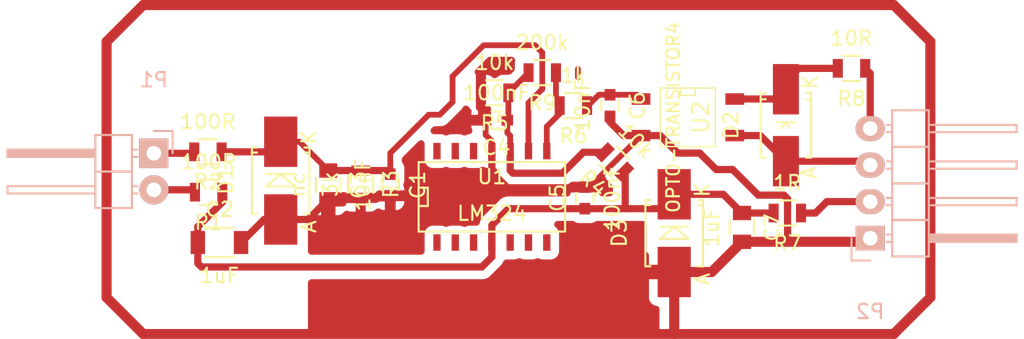
<source format=kicad_pcb>
(kicad_pcb (version 20221018) (generator pcbnew)
  (layers (0 "F.Cu" signal) (31 "B.Cu" signal) (34 "B.Paste" user) (35 "F.Paste" user) (36 "B.SilkS" user "B.Silkscreen") (37 "F.SilkS" user "F.Silkscreen") (38 "B.Mask" user) (39 "F.Mask" user) (44 "Edge.Cuts" user))
  (net 0 "")
  (net 1 "Net-(C1-Pad1)")
  (net 2 "GND")
  (net 3 "+12V")
  (net 4 "Net-(C4-Pad1)")
  (net 5 "Net-(D2-Pad2)")
  (net 6 "Net-(P1-Pad2)")
  (net 7 "Net-(P1-Pad1)")
  (net 8 "Net-(D2-Pad1)")
  (net 9 "Net-(P2-Pad2)")
  (net 10 "Net-(P2-Pad4)")
  (net 11 "Net-(R6-Pad2)")
  (net 12 "Net-(C6-Pad1)")
  (footprint "Capacitors_SMD:C_0603" (layer "F.Cu") (at 116.2 101.4 -90)
    (fp_text reference "C1" (at 0 -1.9 270) (layer "F.SilkS"))
    (fp_text value "10nF" (at 0 1.9 270) (layer "F.SilkS"))
    (fp_line (start -0.35 -0.6) (end 0.35 -0.6) (stroke (width 0.15)) (layer "F.SilkS"))
    (fp_line (start 0.35 0.6) (end -0.35 0.6) (stroke (width 0.15)) (layer "F.SilkS"))
    (pad "1" smd rect (at -0.75 0 270) (size 0.8 0.75) (layers "F.Cu" "F.Paste" "F.Mask") (net 1 "Net-(C1-Pad1)"))
    (pad "2" smd rect (at 0.75 0 270) (size 0.8 0.75) (layers "F.Cu" "F.Paste" "F.Mask") (net 2 "GND"))
  )
  (footprint "Capacitors_SMD:C_1206" (layer "F.Cu") (at 104.35 105.4)
    (fp_text reference "C2" (at 0 -2.3) (layer "F.SilkS"))
    (fp_text value "1uF" (at 0 2.3) (layer "F.SilkS"))
    (fp_line (start -1 1.025) (end 1 1.025) (stroke (width 0.15)) (layer "F.SilkS"))
    (fp_line (start 1 -1.025) (end -1 -1.025) (stroke (width 0.15)) (layer "F.SilkS"))
    (pad "1" smd rect (at -1.5 0) (size 1 1.6) (layers "F.Cu" "F.Paste" "F.Mask") (net 3 "+12V"))
    (pad "2" smd rect (at 1.5 0) (size 1 1.6) (layers "F.Cu" "F.Paste" "F.Mask") (net 2 "GND"))
  )
  (footprint "Capacitors_SMD:C_0805" (layer "F.Cu") (at 111.9 101.4 -90)
    (fp_text reference "C3" (at 0 -2.1 270) (layer "F.SilkS"))
    (fp_text value "nc" (at 0 2.1 270) (layer "F.SilkS"))
    (fp_line (start -0.5 0.85) (end 0.5 0.85) (stroke (width 0.15)) (layer "F.SilkS"))
    (fp_line (start 0.5 -0.85) (end -0.5 -0.85) (stroke (width 0.15)) (layer "F.SilkS"))
    (pad "1" smd rect (at -1 0 270) (size 1 1.25) (layers "F.Cu" "F.Paste" "F.Mask") (net 1 "Net-(C1-Pad1)"))
    (pad "2" smd rect (at 1 0 270) (size 1 1.25) (layers "F.Cu" "F.Paste" "F.Mask") (net 2 "GND"))
  )
  (footprint "Capacitors_SMD:C_0603" (layer "F.Cu") (at 123.571 96.901 180)
    (fp_text reference "C4" (at 0 -1.9 180) (layer "F.SilkS"))
    (fp_text value "100nF" (at 0 1.9 180) (layer "F.SilkS"))
    (fp_line (start -0.35 -0.6) (end 0.35 -0.6) (stroke (width 0.15)) (layer "F.SilkS"))
    (fp_line (start 0.35 0.6) (end -0.35 0.6) (stroke (width 0.15)) (layer "F.SilkS"))
    (pad "1" smd rect (at -0.75 0 180) (size 0.8 0.75) (layers "F.Cu" "F.Paste" "F.Mask") (net 4 "Net-(C4-Pad1)"))
    (pad "2" smd rect (at 0.75 0 180) (size 0.8 0.75) (layers "F.Cu" "F.Paste" "F.Mask") (net 2 "GND"))
  )
  (footprint "Capacitors_SMD:C_0805" (layer "F.Cu") (at 140.6 104.35 -90)
    (fp_text reference "C7" (at 0 -2.1 270) (layer "F.SilkS"))
    (fp_text value "1uF" (at 0 2.1 270) (layer "F.SilkS"))
    (fp_line (start -0.5 0.85) (end 0.5 0.85) (stroke (width 0.15)) (layer "F.SilkS"))
    (fp_line (start 0.5 -0.85) (end -0.5 -0.85) (stroke (width 0.15)) (layer "F.SilkS"))
    (pad "1" smd rect (at -1 0 270) (size 1 1.25) (layers "F.Cu" "F.Paste" "F.Mask") (net 3 "+12V"))
    (pad "2" smd rect (at 1 0 270) (size 1 1.25) (layers "F.Cu" "F.Paste" "F.Mask") (net 2 "GND"))
  )
  (footprint "Diodes_SMD:Diode-SMB_Handsoldering" (layer "F.Cu") (at 108.6 101.1 90)
    (fp_text reference "D1" (at 0 -3.81 90) (layer "F.SilkS"))
    (fp_text value "ZENER_15V" hide)
    (fp_text user "A" (at -3.2004 1.95072 90) (layer "F.SilkS"))
    (fp_text user "K" (at 2.99974 1.95072 90) (layer "F.SilkS"))
    (fp_line (start -2.30632 1.99644) (end -2.30632 1.79832) (stroke (width 0.15)) (layer "F.SilkS"))
    (fp_line (start -2.30632 1.99644) (end 2.29616 1.99644) (stroke (width 0.15)) (layer "F.SilkS"))
    (fp_line (start -2.30124 -1.99898) (end -2.30124 -1.80086) (stroke (width 0.15)) (layer "F.SilkS"))
    (fp_line (start -2.30124 -1.99898) (end 2.30124 -1.99898) (stroke (width 0.15)) (layer "F.SilkS"))
    (fp_line (start -2.30124 -1.75006) (end -2.30124 -1.651) (stroke (width 0.15)) (layer "F.SilkS"))
    (fp_line (start -2.30124 1.75006) (end -2.30124 1.6002) (stroke (width 0.15)) (layer "F.SilkS"))
    (fp_line (start -0.39878 -1.00076) (end -0.39878 1.00076) (stroke (width 0.15)) (layer "F.SilkS"))
    (fp_line (start -0.39878 1.00076) (end 0.44958 0) (stroke (width 0.15)) (layer "F.SilkS"))
    (fp_line (start 0.44958 0) (end -0.39878 -1.00076) (stroke (width 0.15)) (layer "F.SilkS"))
    (fp_line (start 0.44958 0) (end 0.44958 -1.00076) (stroke (width 0.15)) (layer "F.SilkS"))
    (fp_line (start 0.44958 0) (end 0.44958 1.00076) (stroke (width 0.15)) (layer "F.SilkS"))
    (fp_line (start 1.95072 -1.99898) (end 1.95072 -1.80086) (stroke (width 0.15)) (layer "F.SilkS"))
    (fp_line (start 1.95072 -1.75006) (end 1.95072 -1.651) (stroke (width 0.15)) (layer "F.SilkS"))
    (fp_line (start 1.95072 1.75006) (end 1.95072 1.651) (stroke (width 0.15)) (layer "F.SilkS"))
    (fp_line (start 1.95072 1.99898) (end 1.95072 1.80086) (stroke (width 0.15)) (layer "F.SilkS"))
    (fp_line (start 2.29616 1.99644) (end 2.29616 1.79832) (stroke (width 0.15)) (layer "F.SilkS"))
    (fp_line (start 2.30124 -1.99898) (end 2.30124 -1.80086) (stroke (width 0.15)) (layer "F.SilkS"))
    (fp_line (start 2.30124 -1.75006) (end 2.30124 -1.651) (stroke (width 0.15)) (layer "F.SilkS"))
    (fp_line (start 2.30124 1.75006) (end 2.30124 1.651) (stroke (width 0.15)) (layer "F.SilkS"))
    (pad "1" smd rect (at -2.70002 0 90) (size 3.50012 2.30124) (layers "F.Cu" "F.Paste" "F.Mask") (net 2 "GND"))
    (pad "2" smd rect (at 2.70002 0 90) (size 3.50012 2.30124) (layers "F.Cu" "F.Paste" "F.Mask") (net 1 "Net-(C1-Pad1)"))
  )
  (footprint "Diodes_SMD:Diode-SMA_Handsoldering" (layer "F.Cu") (at 143.65 97.25 90)
    (fp_text reference "D2" (at 0 -3.81 90) (layer "F.SilkS"))
    (fp_text value "ZENER_15V" hide)
    (fp_text user "A" (at -3.29946 1.6002 90) (layer "F.SilkS"))
    (fp_text user "K" (at 2.99974 1.69926 90) (layer "F.SilkS"))
    (fp_line (start -2.25044 -1.75006) (end -2.25044 -1.39954) (stroke (width 0.15)) (layer "F.SilkS"))
    (fp_line (start -2.25044 -1.75006) (end 2.25044 -1.75006) (stroke (width 0.15)) (layer "F.SilkS"))
    (fp_line (start -2.25044 1.75006) (end -2.25044 1.39954) (stroke (width 0.15)) (layer "F.SilkS"))
    (fp_line (start -2.25044 1.75006) (end 2.25044 1.75006) (stroke (width 0.15)) (layer "F.SilkS"))
    (fp_line (start 0.20066 -0.65024) (end 0.20066 0.65024) (stroke (width 0.15)) (layer "F.SilkS"))
    (fp_line (start 0.20066 0) (end -0.20066 -0.29972) (stroke (width 0.15)) (layer "F.SilkS"))
    (fp_line (start 0.20066 0) (end -0.20066 0.24892) (stroke (width 0.15)) (layer "F.SilkS"))
    (fp_line (start 1.80086 -1.75006) (end 1.80086 -1.39954) (stroke (width 0.15)) (layer "F.SilkS"))
    (fp_line (start 1.80086 1.75006) (end 1.80086 1.39954) (stroke (width 0.15)) (layer "F.SilkS"))
    (fp_line (start 2.25044 -1.75006) (end 2.25044 -1.39954) (stroke (width 0.15)) (layer "F.SilkS"))
    (fp_line (start 2.25044 1.75006) (end 2.25044 1.39954) (stroke (width 0.15)) (layer "F.SilkS"))
    (pad "1" smd rect (at -2.49936 0 90) (size 3.50012 1.80086) (layers "F.Cu" "F.Paste" "F.Mask") (net 8 "Net-(D2-Pad1)"))
    (pad "2" smd rect (at 2.49936 0 90) (size 3.50012 1.80086) (layers "F.Cu" "F.Paste" "F.Mask") (net 5 "Net-(D2-Pad2)"))
  )
  (footprint "Resistors_SMD:R_0805" (layer "F.Cu") (at 103.6 101.9 180)
    (fp_text reference "R1" (at 0 -2.1 180) (layer "F.SilkS"))
    (fp_text value "100R" (at 0 2.1 180) (layer "F.SilkS"))
    (fp_line (start -0.6 -0.875) (end 0.6 -0.875) (stroke (width 0.15)) (layer "F.SilkS"))
    (fp_line (start 0.6 0.875) (end -0.6 0.875) (stroke (width 0.15)) (layer "F.SilkS"))
    (pad "1" smd rect (at -0.95 0 180) (size 0.7 1.3) (layers "F.Cu" "F.Paste" "F.Mask") (net 3 "+12V"))
    (pad "2" smd rect (at 0.95 0 180) (size 0.7 1.3) (layers "F.Cu" "F.Paste" "F.Mask") (net 6 "Net-(P1-Pad2)"))
  )
  (footprint "Resistors_SMD:R_0805" (layer "F.Cu") (at 103.55 99.1 180)
    (fp_text reference "R2" (at 0 -2.1 180) (layer "F.SilkS"))
    (fp_text value "100R" (at 0 2.1 180) (layer "F.SilkS"))
    (fp_line (start -0.6 -0.875) (end 0.6 -0.875) (stroke (width 0.15)) (layer "F.SilkS"))
    (fp_line (start 0.6 0.875) (end -0.6 0.875) (stroke (width 0.15)) (layer "F.SilkS"))
    (pad "1" smd rect (at -0.95 0 180) (size 0.7 1.3) (layers "F.Cu" "F.Paste" "F.Mask") (net 1 "Net-(C1-Pad1)"))
    (pad "2" smd rect (at 0.95 0 180) (size 0.7 1.3) (layers "F.Cu" "F.Paste" "F.Mask") (net 7 "Net-(P1-Pad1)"))
  )
  (footprint "Resistors_SMD:R_0805" (layer "F.Cu") (at 114.15 101.35 -90)
    (fp_text reference "R3" (at 0 -2.1 270) (layer "F.SilkS"))
    (fp_text value "3k" (at 0 2.1 270) (layer "F.SilkS"))
    (fp_line (start -0.6 -0.875) (end 0.6 -0.875) (stroke (width 0.15)) (layer "F.SilkS"))
    (fp_line (start 0.6 0.875) (end -0.6 0.875) (stroke (width 0.15)) (layer "F.SilkS"))
    (pad "1" smd rect (at -0.95 0 270) (size 0.7 1.3) (layers "F.Cu" "F.Paste" "F.Mask") (net 1 "Net-(C1-Pad1)"))
    (pad "2" smd rect (at 0.95 0 270) (size 0.7 1.3) (layers "F.Cu" "F.Paste" "F.Mask") (net 2 "GND"))
  )
  (footprint "Resistors_SMD:R_0805" (layer "F.Cu") (at 131.75 99.8 135)
    (fp_text reference "R4" (at 0 -2.1 135) (layer "F.SilkS"))
    (fp_text value "10k" (at 0 2.1 135) (layer "F.SilkS"))
    (fp_line (start -0.6 -0.875) (end 0.6 -0.875) (stroke (width 0.15)) (layer "F.SilkS"))
    (fp_line (start 0.6 0.875) (end -0.6 0.875) (stroke (width 0.15)) (layer "F.SilkS"))
    (pad "1" smd rect (at -0.95 0 135) (size 0.7 1.3) (layers "F.Cu" "F.Paste" "F.Mask") (net 3 "+12V"))
    (pad "2" smd rect (at 0.95 0 135) (size 0.7 1.3) (layers "F.Cu" "F.Paste" "F.Mask") (net 4 "Net-(C4-Pad1)"))
  )
  (footprint "Resistors_SMD:R_0805" (layer "F.Cu") (at 123.444 94.996 180)
    (fp_text reference "R5" (at 0 -2.1 180) (layer "F.SilkS"))
    (fp_text value "10k" (at 0 2.1 180) (layer "F.SilkS"))
    (fp_line (start -0.6 -0.875) (end 0.6 -0.875) (stroke (width 0.15)) (layer "F.SilkS"))
    (fp_line (start 0.6 0.875) (end -0.6 0.875) (stroke (width 0.15)) (layer "F.SilkS"))
    (pad "1" smd rect (at -0.95 0 180) (size 0.7 1.3) (layers "F.Cu" "F.Paste" "F.Mask") (net 4 "Net-(C4-Pad1)"))
    (pad "2" smd rect (at 0.95 0 180) (size 0.7 1.3) (layers "F.Cu" "F.Paste" "F.Mask") (net 2 "GND"))
  )
  (footprint "Resistors_SMD:R_0805" (layer "F.Cu") (at 128.905 95.885 180)
    (fp_text reference "R6" (at 0 -2.1 180) (layer "F.SilkS"))
    (fp_text value "1k" (at 0 2.1 180) (layer "F.SilkS"))
    (fp_line (start -0.6 -0.875) (end 0.6 -0.875) (stroke (width 0.15)) (layer "F.SilkS"))
    (fp_line (start 0.6 0.875) (end -0.6 0.875) (stroke (width 0.15)) (layer "F.SilkS"))
    (pad "1" smd rect (at -0.95 0 180) (size 0.7 1.3) (layers "F.Cu" "F.Paste" "F.Mask") (net 12 "Net-(C6-Pad1)"))
    (pad "2" smd rect (at 0.95 0 180) (size 0.7 1.3) (layers "F.Cu" "F.Paste" "F.Mask") (net 11 "Net-(R6-Pad2)"))
  )
  (footprint "Resistors_SMD:R_0805" (layer "F.Cu") (at 143.75 103.35 180)
    (fp_text reference "R7" (at 0 -2.1 180) (layer "F.SilkS"))
    (fp_text value "1R" (at 0 2.1 180) (layer "F.SilkS"))
    (fp_line (start -0.6 -0.875) (end 0.6 -0.875) (stroke (width 0.15)) (layer "F.SilkS"))
    (fp_line (start 0.6 0.875) (end -0.6 0.875) (stroke (width 0.15)) (layer "F.SilkS"))
    (pad "1" smd rect (at -0.95 0 180) (size 0.7 1.3) (layers "F.Cu" "F.Paste" "F.Mask") (net 9 "Net-(P2-Pad2)"))
    (pad "2" smd rect (at 0.95 0 180) (size 0.7 1.3) (layers "F.Cu" "F.Paste" "F.Mask") (net 3 "+12V"))
  )
  (footprint "SMD_Packages:SOIC-14_N" (layer "F.Cu") (at 123.25 102.1)
    (fp_text reference "U1" (at 0 -1.27) (layer "F.SilkS"))
    (fp_text value "LM324" (at 0 1.27) (layer "F.SilkS"))
    (fp_line (start -5.08 -2.286) (end 5.08 -2.286) (stroke (width 0.15)) (layer "F.SilkS"))
    (fp_line (start -5.08 -0.508) (end -4.445 -0.508) (stroke (width 0.15)) (layer "F.SilkS"))
    (fp_line (start -5.08 2.54) (end -5.08 -2.286) (stroke (width 0.15)) (layer "F.SilkS"))
    (fp_line (start -4.445 -0.508) (end -4.445 0.762) (stroke (width 0.15)) (layer "F.SilkS"))
    (fp_line (start -4.445 0.762) (end -5.08 0.762) (stroke (width 0.15)) (layer "F.SilkS"))
    (fp_line (start 5.08 -2.286) (end 5.08 2.54) (stroke (width 0.15)) (layer "F.SilkS"))
    (fp_line (start 5.08 2.54) (end -5.08 2.54) (stroke (width 0.15)) (layer "F.SilkS"))
    (pad "1" smd rect (at -3.81 3.302) (size 0.508 1.143) (layers "F.Cu" "F.Paste" "F.Mask"))
    (pad "2" smd rect (at -2.54 3.302) (size 0.508 1.143) (layers "F.Cu" "F.Paste" "F.Mask"))
    (pad "3" smd rect (at -1.27 3.302) (size 0.508 1.143) (layers "F.Cu" "F.Paste" "F.Mask"))
    (pad "4" smd rect (at 0 3.302) (size 0.508 1.143) (layers "F.Cu" "F.Paste" "F.Mask") (net 3 "+12V"))
    (pad "5" smd rect (at 1.27 3.302) (size 0.508 1.143) (layers "F.Cu" "F.Paste" "F.Mask"))
    (pad "6" smd rect (at 2.54 3.302) (size 0.508 1.143) (layers "F.Cu" "F.Paste" "F.Mask"))
    (pad "7" smd rect (at 3.81 3.302) (size 0.508 1.143) (layers "F.Cu" "F.Paste" "F.Mask"))
    (pad "8" smd rect (at 3.81 -3.048) (size 0.508 1.143) (layers "F.Cu" "F.Paste" "F.Mask") (net 11 "Net-(R6-Pad2)"))
    (pad "9" smd rect (at 2.54 -3.048) (size 0.508 1.143) (layers "F.Cu" "F.Paste" "F.Mask") (net 1 "Net-(C1-Pad1)"))
    (pad "10" smd rect (at 1.27 -3.048) (size 0.508 1.143) (layers "F.Cu" "F.Paste" "F.Mask") (net 4 "Net-(C4-Pad1)"))
    (pad "11" smd rect (at 0 -3.048) (size 0.508 1.143) (layers "F.Cu" "F.Paste" "F.Mask") (net 2 "GND"))
    (pad "12" smd rect (at -1.27 -3.048) (size 0.508 1.143) (layers "F.Cu" "F.Paste" "F.Mask"))
    (pad "13" smd rect (at -2.54 -3.048) (size 0.508 1.143) (layers "F.Cu" "F.Paste" "F.Mask"))
    (pad "14" smd rect (at -3.81 -3.048) (size 0.508 1.143) (layers "F.Cu" "F.Paste" "F.Mask"))
  )
  (footprint "Resistors_SMD:R_0805" (layer "F.Cu") (at 148.2 93.3 180)
    (fp_text reference "R8" (at 0 -2.1 180) (layer "F.SilkS"))
    (fp_text value "10R" (at 0 2.1 180) (layer "F.SilkS"))
    (fp_line (start -0.6 -0.875) (end 0.6 -0.875) (stroke (width 0.15)) (layer "F.SilkS"))
    (fp_line (start 0.6 0.875) (end -0.6 0.875) (stroke (width 0.15)) (layer "F.SilkS"))
    (pad "1" smd rect (at -0.95 0 180) (size 0.7 1.3) (layers "F.Cu" "F.Paste" "F.Mask") (net 10 "Net-(P2-Pad4)"))
    (pad "2" smd rect (at 0.95 0 180) (size 0.7 1.3) (layers "F.Cu" "F.Paste" "F.Mask") (net 5 "Net-(D2-Pad2)"))
  )
  (footprint "toni:SO-4" (layer "F.Cu") (at 136.85 96.7 -90)
    (fp_text reference "U2" (at 0 -0.889 270) (layer "F.SilkS") (effects (font (size 1.143 1.143) (thickness 0.1524))))
    (fp_text value "OPTO-TRANSISTOR4" (at 0 1.016 270) (layer "F.SilkS") (effects (font (size 0.889 0.889) (thickness 0.1524))))
    (fp_line (start -2.032 -1.905) (end -2.032 1.778) (stroke (width 0.09906)) (layer "F.SilkS"))
    (fp_line (start -2.032 -1.905) (end 2.032 -1.905) (stroke (width 0.09906)) (layer "F.SilkS"))
    (fp_line (start -2.032 -0.508) (end -1.524 -0.508) (stroke (width 0.09906)) (layer "F.SilkS"))
    (fp_line (start -2.032 1.778) (end -2.032 1.905) (stroke (width 0.09906)) (layer "F.SilkS"))
    (fp_line (start -2.032 1.905) (end 2.032 1.905) (stroke (width 0.09906)) (layer "F.SilkS"))
    (fp_line (start -1.524 -0.508) (end -1.524 0.508) (stroke (width 0.09906)) (layer "F.SilkS"))
    (fp_line (start -1.524 0.508) (end -2.032 0.508) (stroke (width 0.09906)) (layer "F.SilkS"))
    (fp_line (start 2.032 -1.905) (end 2.032 1.905) (stroke (width 0.09906)) (layer "F.SilkS"))
    (pad "1" smd rect (at -1.27 3.2512 270) (size 0.8001 1.30048) (layers "F.Cu" "F.Paste" "F.Mask") (net 12 "Net-(C6-Pad1)"))
    (pad "2" smd rect (at 1.27 3.2512 270) (size 0.8001 1.30048) (layers "F.Cu" "F.Paste" "F.Mask") (net 2 "GND"))
    (pad "3" smd rect (at 1.27 -3.2512 270) (size 0.8001 1.30048) (layers "F.Cu" "F.Paste" "F.Mask") (net 8 "Net-(D2-Pad1)"))
    (pad "4" smd rect (at -1.27 -3.2512 270) (size 0.8001 1.30048) (layers "F.Cu" "F.Paste" "F.Mask") (net 5 "Net-(D2-Pad2)"))
  )
  (footprint "Diodes_SMD:Diode-SMB_Handsoldering" (layer "F.Cu") (at 135.9 104.75 90)
    (fp_text reference "D3" (at 0 -3.81 90) (layer "F.SilkS"))
    (fp_text value "ZENER_18V" hide)
    (fp_text user "A" (at -3.2004 1.95072 90) (layer "F.SilkS"))
    (fp_text user "K" (at 2.99974 1.95072 90) (layer "F.SilkS"))
    (fp_line (start -2.30632 1.99644) (end -2.30632 1.79832) (stroke (width 0.15)) (layer "F.SilkS"))
    (fp_line (start -2.30632 1.99644) (end 2.29616 1.99644) (stroke (width 0.15)) (layer "F.SilkS"))
    (fp_line (start -2.30124 -1.99898) (end -2.30124 -1.80086) (stroke (width 0.15)) (layer "F.SilkS"))
    (fp_line (start -2.30124 -1.99898) (end 2.30124 -1.99898) (stroke (width 0.15)) (layer "F.SilkS"))
    (fp_line (start -2.30124 -1.75006) (end -2.30124 -1.651) (stroke (width 0.15)) (layer "F.SilkS"))
    (fp_line (start -2.30124 1.75006) (end -2.30124 1.6002) (stroke (width 0.15)) (layer "F.SilkS"))
    (fp_line (start -0.39878 -1.00076) (end -0.39878 1.00076) (stroke (width 0.15)) (layer "F.SilkS"))
    (fp_line (start -0.39878 1.00076) (end 0.44958 0) (stroke (width 0.15)) (layer "F.SilkS"))
    (fp_line (start 0.44958 0) (end -0.39878 -1.00076) (stroke (width 0.15)) (layer "F.SilkS"))
    (fp_line (start 0.44958 0) (end 0.44958 -1.00076) (stroke (width 0.15)) (layer "F.SilkS"))
    (fp_line (start 0.44958 0) (end 0.44958 1.00076) (stroke (width 0.15)) (layer "F.SilkS"))
    (fp_line (start 1.95072 -1.99898) (end 1.95072 -1.80086) (stroke (width 0.15)) (layer "F.SilkS"))
    (fp_line (start 1.95072 -1.75006) (end 1.95072 -1.651) (stroke (width 0.15)) (layer "F.SilkS"))
    (fp_line (start 1.95072 1.75006) (end 1.95072 1.651) (stroke (width 0.15)) (layer "F.SilkS"))
    (fp_line (start 1.95072 1.99898) (end 1.95072 1.80086) (stroke (width 0.15)) (layer "F.SilkS"))
    (fp_line (start 2.29616 1.99644) (end 2.29616 1.79832) (stroke (width 0.15)) (layer "F.SilkS"))
    (fp_line (start 2.30124 -1.99898) (end 2.30124 -1.80086) (stroke (width 0.15)) (layer "F.SilkS"))
    (fp_line (start 2.30124 -1.75006) (end 2.30124 -1.651) (stroke (width 0.15)) (layer "F.SilkS"))
    (fp_line (start 2.30124 1.75006) (end 2.30124 1.651) (stroke (width 0.15)) (layer "F.SilkS"))
    (pad "1" smd rect (at -2.70002 0 90) (size 3.50012 2.30124) (layers "F.Cu" "F.Paste" "F.Mask") (net 2 "GND"))
    (pad "2" smd rect (at 2.70002 0 90) (size 3.50012 2.30124) (layers "F.Cu" "F.Paste" "F.Mask") (net 3 "+12V"))
  )
  (footprint "Capacitors_SMD:C_0603" (layer "F.Cu") (at 129.7 102.3 90)
    (fp_text reference "C5" (at 0 -1.9 90) (layer "F.SilkS"))
    (fp_text value "100nF" (at 0 1.9 90) (layer "F.SilkS"))
    (fp_line (start -0.35 -0.6) (end 0.35 -0.6) (stroke (width 0.15)) (layer "F.SilkS"))
    (fp_line (start 0.35 0.6) (end -0.35 0.6) (stroke (width 0.15)) (layer "F.SilkS"))
    (pad "1" smd rect (at -0.75 0 90) (size 0.8 0.75) (layers "F.Cu" "F.Paste" "F.Mask") (net 3 "+12V"))
    (pad "2" smd rect (at 0.75 0 90) (size 0.8 0.75) (layers "F.Cu" "F.Paste" "F.Mask") (net 2 "GND"))
  )
  (footprint "Resistors_SMD:R_0805" (layer "F.Cu") (at 126.746 93.599 180)
    (fp_text reference "R9" (at 0 -2.1 180) (layer "F.SilkS"))
    (fp_text value "200k" (at 0 2.1 180) (layer "F.SilkS"))
    (fp_line (start -0.6 -0.875) (end 0.6 -0.875) (stroke (width 0.15)) (layer "F.SilkS"))
    (fp_line (start 0.6 0.875) (end -0.6 0.875) (stroke (width 0.15)) (layer "F.SilkS"))
    (pad "1" smd rect (at -0.95 0 180) (size 0.7 1.3) (layers "F.Cu" "F.Paste" "F.Mask") (net 11 "Net-(R6-Pad2)"))
    (pad "2" smd rect (at 0.95 0 180) (size 0.7 1.3) (layers "F.Cu" "F.Paste" "F.Mask") (net 4 "Net-(C4-Pad1)"))
  )
  (footprint "Capacitors_SMD:C_0603" (layer "F.Cu") (at 131.445 95.885 -90)
    (fp_text reference "C6" (at 0 -1.9 270) (layer "F.SilkS"))
    (fp_text value "10nF" (at 0 1.9 270) (layer "F.SilkS"))
    (fp_line (start -0.35 -0.6) (end 0.35 -0.6) (stroke (width 0.15)) (layer "F.SilkS"))
    (fp_line (start 0.35 0.6) (end -0.35 0.6) (stroke (width 0.15)) (layer "F.SilkS"))
    (pad "1" smd rect (at -0.75 0 270) (size 0.8 0.75) (layers "F.Cu" "F.Paste" "F.Mask") (net 12 "Net-(C6-Pad1)"))
    (pad "2" smd rect (at 0.75 0 270) (size 0.8 0.75) (layers "F.Cu" "F.Paste" "F.Mask") (net 2 "GND"))
  )
  (footprint "Pin_Headers:Pin_Header_Angled_1x02" (layer "B.Cu") (at 99.8 99.2 180)
    (fp_text reference "P1" (at 0 5.1 180) (layer "B.SilkS") (effects (justify mirror)))
    (fp_text value "Anschluss Kantentaster" hide)
    (fp_line (start -1.3 1.55) (end -1.3 0) (stroke (width 0.15)) (layer "B.SilkS"))
    (fp_line (start 0 1.55) (end -1.3 1.55) (stroke (width 0.15)) (layer "B.SilkS"))
    (fp_line (start 1.524 -3.81) (end 4.064 -3.81) (stroke (width 0.15)) (layer "B.SilkS"))
    (fp_line (start 1.524 -2.794) (end 1.143 -2.794) (stroke (width 0.15)) (layer "B.SilkS"))
    (fp_line (start 1.524 -2.286) (end 1.143 -2.286) (stroke (width 0.15)) (layer "B.SilkS"))
    (fp_line (start 1.524 -1.27) (end 1.524 -3.81) (stroke (width 0.15)) (layer "B.SilkS"))
    (fp_line (start 1.524 -1.27) (end 4.064 -1.27) (stroke (width 0.15)) (layer "B.SilkS"))
    (fp_line (start 1.524 -1.27) (end 4.064 -1.27) (stroke (width 0.15)) (layer "B.SilkS"))
    (fp_line (start 1.524 -0.254) (end 1.143 -0.254) (stroke (width 0.15)) (layer "B.SilkS"))
    (fp_line (start 1.524 0.254) (end 1.143 0.254) (stroke (width 0.15)) (layer "B.SilkS"))
    (fp_line (start 1.524 1.27) (end 1.524 -1.27) (stroke (width 0.15)) (layer "B.SilkS"))
    (fp_line (start 1.524 1.27) (end 4.064 1.27) (stroke (width 0.15)) (layer "B.SilkS"))
    (fp_line (start 4.064 -3.81) (end 4.064 -1.27) (stroke (width 0.15)) (layer "B.SilkS"))
    (fp_line (start 4.064 -2.286) (end 10.16 -2.286) (stroke (width 0.15)) (layer "B.SilkS"))
    (fp_line (start 4.064 -1.27) (end 4.064 1.27) (stroke (width 0.15)) (layer "B.SilkS"))
    (fp_line (start 4.064 0.254) (end 10.16 0.254) (stroke (width 0.15)) (layer "B.SilkS"))
    (fp_line (start 4.191 -0.127) (end 4.191 0) (stroke (width 0.15)) (layer "B.SilkS"))
    (fp_line (start 4.191 0) (end 10.033 0) (stroke (width 0.15)) (layer "B.SilkS"))
    (fp_line (start 4.191 0.127) (end 10.033 0.127) (stroke (width 0.15)) (layer "B.SilkS"))
    (fp_line (start 10.033 -0.127) (end 4.191 -0.127) (stroke (width 0.15)) (layer "B.SilkS"))
    (fp_line (start 10.033 0.127) (end 10.033 -0.127) (stroke (width 0.15)) (layer "B.SilkS"))
    (fp_line (start 10.16 -2.794) (end 4.064 -2.794) (stroke (width 0.15)) (layer "B.SilkS"))
    (fp_line (start 10.16 -2.286) (end 10.16 -2.794) (stroke (width 0.15)) (layer "B.SilkS"))
    (fp_line (start 10.16 -0.254) (end 4.064 -0.254) (stroke (width 0.15)) (layer "B.SilkS"))
    (fp_line (start 10.16 0.254) (end 10.16 -0.254) (stroke (width 0.15)) (layer "B.SilkS"))
    (pad "1" thru_hole rect (at 0 0 180) (size 2.032 2.032) (drill 1.016) (layers "*.Cu" "*.Mask" "B.SilkS") (net 7 "Net-(P1-Pad1)"))
    (pad "2" thru_hole oval (at 0 -2.54 180) (size 2.032 2.032) (drill 1.016) (layers "*.Cu" "*.Mask" "B.SilkS") (net 6 "Net-(P1-Pad2)"))
  )
  (footprint "Pin_Headers:Pin_Header_Angled_1x04" (layer "B.Cu") (at 149.5 105.1)
    (fp_text reference "P2" (at 0 5.1) (layer "B.SilkS") (effects (justify mirror)))
    (fp_text value "CONN_01X04" hide)
    (fp_line (start -1.3 1.55) (end -1.3 0) (stroke (width 0.15)) (layer "B.SilkS"))
    (fp_line (start 0 1.55) (end -1.3 1.55) (stroke (width 0.15)) (layer "B.SilkS"))
    (fp_line (start 1.524 -8.89) (end 4.064 -8.89) (stroke (width 0.15)) (layer "B.SilkS"))
    (fp_line (start 1.524 -7.874) (end 1.143 -7.874) (stroke (width 0.15)) (layer "B.SilkS"))
    (fp_line (start 1.524 -7.366) (end 1.143 -7.366) (stroke (width 0.15)) (layer "B.SilkS"))
    (fp_line (start 1.524 -6.35) (end 1.524 -8.89) (stroke (width 0.15)) (layer "B.SilkS"))
    (fp_line (start 1.524 -6.35) (end 4.064 -6.35) (stroke (width 0.15)) (layer "B.SilkS"))
    (fp_line (start 1.524 -6.35) (end 4.064 -6.35) (stroke (width 0.15)) (layer "B.SilkS"))
    (fp_line (start 1.524 -5.334) (end 1.143 -5.334) (stroke (width 0.15)) (layer "B.SilkS"))
    (fp_line (start 1.524 -4.826) (end 1.143 -4.826) (stroke (width 0.15)) (layer "B.SilkS"))
    (fp_line (start 1.524 -3.81) (end 1.524 -6.35) (stroke (width 0.15)) (layer "B.SilkS"))
    (fp_line (start 1.524 -3.81) (end 4.064 -3.81) (stroke (width 0.15)) (layer "B.SilkS"))
    (fp_line (start 1.524 -3.81) (end 4.064 -3.81) (stroke (width 0.15)) (layer "B.SilkS"))
    (fp_line (start 1.524 -2.794) (end 1.143 -2.794) (stroke (width 0.15)) (layer "B.SilkS"))
    (fp_line (start 1.524 -2.286) (end 1.143 -2.286) (stroke (width 0.15)) (layer "B.SilkS"))
    (fp_line (start 1.524 -1.27) (end 1.524 -3.81) (stroke (width 0.15)) (layer "B.SilkS"))
    (fp_line (start 1.524 -1.27) (end 4.064 -1.27) (stroke (width 0.15)) (layer "B.SilkS"))
    (fp_line (start 1.524 -1.27) (end 4.064 -1.27) (stroke (width 0.15)) (layer "B.SilkS"))
    (fp_line (start 1.524 -0.254) (end 1.143 -0.254) (stroke (width 0.15)) (layer "B.SilkS"))
    (fp_line (start 1.524 0.254) (end 1.143 0.254) (stroke (width 0.15)) (layer "B.SilkS"))
    (fp_line (start 1.524 1.27) (end 1.524 -1.27) (stroke (width 0.15)) (layer "B.SilkS"))
    (fp_line (start 1.524 1.27) (end 4.064 1.27) (stroke (width 0.15)) (layer "B.SilkS"))
    (fp_line (start 4.064 -8.89) (end 4.064 -6.35) (stroke (width 0.15)) (layer "B.SilkS"))
    (fp_line (start 4.064 -7.366) (end 10.16 -7.366) (stroke (width 0.15)) (layer "B.SilkS"))
    (fp_line (start 4.064 -6.35) (end 4.064 -3.81) (stroke (width 0.15)) (layer "B.SilkS"))
    (fp_line (start 4.064 -4.826) (end 10.16 -4.826) (stroke (width 0.15)) (layer "B.SilkS"))
    (fp_line (start 4.064 -3.81) (end 4.064 -1.27) (stroke (width 0.15)) (layer "B.SilkS"))
    (fp_line (start 4.064 -2.286) (end 10.16 -2.286) (stroke (width 0.15)) (layer "B.SilkS"))
    (fp_line (start 4.064 -1.27) (end 4.064 1.27) (stroke (width 0.15)) (layer "B.SilkS"))
    (fp_line (start 4.064 0.254) (end 10.16 0.254) (stroke (width 0.15)) (layer "B.SilkS"))
    (fp_line (start 4.191 -0.127) (end 4.191 0) (stroke (width 0.15)) (layer "B.SilkS"))
    (fp_line (start 4.191 0) (end 10.033 0) (stroke (width 0.15)) (layer "B.SilkS"))
    (fp_line (start 4.191 0.127) (end 10.033 0.127) (stroke (width 0.15)) (layer "B.SilkS"))
    (fp_line (start 10.033 -0.127) (end 4.191 -0.127) (stroke (width 0.15)) (layer "B.SilkS"))
    (fp_line (start 10.033 0.127) (end 10.033 -0.127) (stroke (width 0.15)) (layer "B.SilkS"))
    (fp_line (start 10.16 -7.874) (end 4.064 -7.874) (stroke (width 0.15)) (layer "B.SilkS"))
    (fp_line (start 10.16 -7.366) (end 10.16 -7.874) (stroke (width 0.15)) (layer "B.SilkS"))
    (fp_line (start 10.16 -5.334) (end 4.064 -5.334) (stroke (width 0.15)) (layer "B.SilkS"))
    (fp_line (start 10.16 -4.826) (end 10.16 -5.334) (stroke (width 0.15)) (layer "B.SilkS"))
    (fp_line (start 10.16 -2.794) (end 4.064 -2.794) (stroke (width 0.15)) (layer "B.SilkS"))
    (fp_line (start 10.16 -2.286) (end 10.16 -2.794) (stroke (width 0.15)) (layer "B.SilkS"))
    (fp_line (start 10.16 -0.254) (end 4.064 -0.254) (stroke (width 0.15)) (layer "B.SilkS"))
    (fp_line (start 10.16 0.254) (end 10.16 -0.254) (stroke (width 0.15)) (layer "B.SilkS"))
    (pad "1" thru_hole rect (at 0 0) (size 2.032 1.7272) (drill 1.016) (layers "*.Cu" "*.Mask" "B.SilkS") (net 2 "GND"))
    (pad "2" thru_hole oval (at 0 -2.54) (size 2.032 1.7272) (drill 1.016) (layers "*.Cu" "*.Mask" "B.SilkS") (net 9 "Net-(P2-Pad2)"))
    (pad "3" thru_hole oval (at 0 -5.08) (size 2.032 1.7272) (drill 1.016) (layers "*.Cu" "*.Mask" "B.SilkS") (net 8 "Net-(D2-Pad1)"))
    (pad "4" thru_hole oval (at 0 -7.62) (size 2.032 1.7272) (drill 1.016) (layers "*.Cu" "*.Mask" "B.SilkS") (net 10 "Net-(P2-Pad4)"))
  )
  (segment (start 129.22 93.345) (end 129.22 93.919) (width 0.4) (layer "F.Cu") (net 0))
  (segment (start 109.35 99.09998) (end 109.15 99.29998) (width 0.4) (layer "F.Cu") (net 1))
  (segment (start 107.89998 99.1) (end 108.6 98.39998) (width 0.4) (layer "F.Cu") (net 1))
  (segment (start 109.89998 98.39998) (end 111.9 100.4) (width 0.4) (layer "F.Cu") (net 1))
  (segment (start 115.95 100.4) (end 116.2 100.65) (width 0.4) (layer "F.Cu") (net 1))
  (segment (start 116.2 99.192) (end 118.872 96.52) (width 0.4) (layer "F.Cu") (net 1))
  (segment (start 118.872 96.52) (end 119.634 96.52) (width 0.4) (layer "F.Cu") (net 1))
  (segment (start 119.634 96.52) (end 120.523 95.631) (width 0.4) (layer "F.Cu") (net 1))
  (segment (start 120.523 95.631) (end 120.523 93.853) (width 0.4) (layer "F.Cu") (net 1))
  (segment (start 120.523 93.853) (end 122.682 91.694) (width 0.4) (layer "F.Cu") (net 1))
  (segment (start 122.682 91.694) (end 126.238 91.694) (width 0.4) (layer "F.Cu") (net 1))
  (segment (start 126.238 91.694) (end 126.746 92.202) (width 0.4) (layer "F.Cu") (net 1))
  (segment (start 126.746 92.202) (end 126.746 94.742) (width 0.4) (layer "F.Cu") (net 1))
  (segment (start 126.746 94.742) (end 125.79 95.698) (width 0.4) (layer "F.Cu") (net 1))
  (segment (start 125.79 95.698) (end 125.79 99.052) (width 0.4) (layer "F.Cu") (net 1))
  (segment (start 116.2 100.65) (end 116.2 99.192) (width 0.4) (layer "F.Cu") (net 1))
  (segment (start 104.5 99.1) (end 107.89998 99.1) (width 0.5) (layer "F.Cu") (net 1))
  (segment (start 108.6 98.39998) (end 109.89998 98.39998) (width 0.4) (layer "F.Cu") (net 1))
  (segment (start 114.15 100.4) (end 115.95 100.4) (width 0.5) (layer "F.Cu") (net 1))
  (segment (start 111.9 100.4) (end 114.15 100.4) (width 0.5) (layer "F.Cu") (net 1))
  (segment (start 149.25 105.35) (end 149.5 105.1) (width 0.7) (layer "F.Cu") (net 2))
  (segment (start 138.49998 107.45002) (end 140.6 105.35) (width 0.7) (layer "F.Cu") (net 2))
  (segment (start 123.25 100.25) (end 123.25 99.052) (width 0.4) (layer "F.Cu") (net 2))
  (segment (start 123.25 100.45) (end 124.35 101.55) (width 0.4) (layer "F.Cu") (net 2))
  (segment (start 124.35 101.55) (end 129.7 101.55) (width 0.4) (layer "F.Cu") (net 2))
  (segment (start 130.0188 101.55) (end 133.5988 97.97) (width 0.4) (layer "F.Cu") (net 2))
  (segment (start 114.05 102.4) (end 114.15 102.3) (width 0.4) (layer "F.Cu") (net 2))
  (segment (start 116.05 102.3) (end 116.2 102.15) (width 0.4) (layer "F.Cu") (net 2))
  (segment (start 121.35 102.15) (end 123.25 100.25) (width 0.4) (layer "F.Cu") (net 2))
  (segment (start 110.49998 103.80002) (end 111.9 102.4) (width 0.5) (layer "F.Cu") (net 2))
  (segment (start 107.44998 103.80002) (end 105.85 105.4) (width 0.5) (layer "F.Cu") (net 2))
  (segment (start 131.445 97.028) (end 132.387 97.97) (width 0.5) (layer "F.Cu") (net 2))
  (segment (start 132.387 97.97) (end 133.5988 97.97) (width 0.5) (layer "F.Cu") (net 2))
  (segment (start 134.927 97.97) (end 136.144 99.187) (width 0.5) (layer "F.Cu") (net 2))
  (segment (start 136.144 99.187) (end 137.668 99.187) (width 0.5) (layer "F.Cu") (net 2))
  (segment (start 137.668 99.187) (end 138.811 100.33) (width 0.5) (layer "F.Cu") (net 2))
  (segment (start 138.811 100.33) (end 139.954 100.33) (width 0.5) (layer "F.Cu") (net 2))
  (segment (start 139.954 100.33) (end 141.732 102.108) (width 0.5) (layer "F.Cu") (net 2))
  (segment (start 141.732 102.108) (end 143.51 102.108) (width 0.5) (layer "F.Cu") (net 2))
  (segment (start 143.51 102.108) (end 143.764 102.362) (width 0.5) (layer "F.Cu") (net 2))
  (segment (start 143.764 102.362) (end 143.764 105.35) (width 0.5) (layer "F.Cu") (net 2))
  (segment (start 143.764 105.35) (end 143.764 105.283) (width 0.5) (layer "F.Cu") (net 2))
  (segment (start 143.764 105.283) (end 143.764 105.35) (width 0.5) (layer "F.Cu") (net 2))
  (segment (start 143.764 105.35) (end 149.25 105.35) (width 0.7) (layer "F.Cu") (net 2))
  (segment (start 135.9 111.75) (end 135.91 111.76) (width 0.7) (layer "F.Cu") (net 2))
  (segment (start 135.91 111.76) (end 151.13 111.76) (width 0.7) (layer "F.Cu") (net 2))
  (segment (start 151.13 111.76) (end 153.67 109.22) (width 0.7) (layer "F.Cu") (net 2))
  (segment (start 153.67 109.22) (end 153.67 91.44) (width 0.7) (layer "F.Cu") (net 2))
  (segment (start 153.67 91.44) (end 151.13 88.9) (width 0.7) (layer "F.Cu") (net 2))
  (segment (start 151.13 88.9) (end 99.06 88.9) (width 0.7) (layer "F.Cu") (net 2))
  (segment (start 99.06 88.9) (end 96.52 91.44) (width 0.7) (layer "F.Cu") (net 2))
  (segment (start 96.52 91.44) (end 96.52 109.22) (width 0.7) (layer "F.Cu") (net 2))
  (segment (start 96.52 109.22) (end 99.06 111.76) (width 0.7) (layer "F.Cu") (net 2))
  (segment (start 99.06 111.76) (end 135.89 111.76) (width 0.7) (layer "F.Cu") (net 2))
  (segment (start 123.25 98.358) (end 122.821 97.929) (width 0.4) (layer "F.Cu") (net 2))
  (segment (start 122.821 97.929) (end 122.821 96.901) (width 0.4) (layer "F.Cu") (net 2))
  (segment (start 122.809 96.901) (end 122.494 96.586) (width 0.4) (layer "F.Cu") (net 2))
  (segment (start 122.494 96.586) (end 122.494 94.996) (width 0.4) (layer "F.Cu") (net 2))
  (segment (start 123.25 100.25) (end 123.25 100.45) (width 0.4) (layer "F.Cu") (net 2))
  (segment (start 140.6 105.35) (end 143.764 105.35) (width 0.7) (layer "F.Cu") (net 2))
  (segment (start 108.6 103.80002) (end 110.49998 103.80002) (width 0.5) (layer "F.Cu") (net 2))
  (segment (start 135.9 107.45002) (end 138.49998 107.45002) (width 0.7) (layer "F.Cu") (net 2))
  (segment (start 109.15 104.70002) (end 109.54998 104.70002) (width 0.4) (layer "F.Cu") (net 2))
  (segment (start 133.5988 97.97) (end 134.927 97.97) (width 0.5) (layer "F.Cu") (net 2))
  (segment (start 123.25 99.052) (end 123.25 98.358) (width 0.4) (layer "F.Cu") (net 2))
  (segment (start 114.15 102.3) (end 116.05 102.3) (width 0.5) (layer "F.Cu") (net 2))
  (segment (start 131.445 96.635) (end 131.445 97.028) (width 0.5) (layer "F.Cu") (net 2))
  (segment (start 116.2 102.15) (end 121.35 102.15) (width 0.5) (layer "F.Cu") (net 2))
  (segment (start 111.9 102.4) (end 114.05 102.4) (width 0.5) (layer "F.Cu") (net 2))
  (segment (start 108.6 103.80002) (end 107.44998 103.80002) (width 0.5) (layer "F.Cu") (net 2))
  (segment (start 122.821 96.901) (end 122.809 96.901) (width 0.4) (layer "F.Cu") (net 2))
  (segment (start 129.7 101.55) (end 130.0188 101.55) (width 0.4) (layer "F.Cu") (net 2))
  (segment (start 135.9 107.45002) (end 135.9 111.75) (width 0.7) (layer "F.Cu") (net 2))
  (segment (start 139.29998 102.04998) (end 140.6 103.35) (width 0.5) (layer "F.Cu") (net 3))
  (segment (start 124.4 103.05) (end 123.25 104.2) (width 0.5) (layer "F.Cu") (net 3))
  (segment (start 123.25 104.2) (end 123.25 105.402) (width 0.5) (layer "F.Cu") (net 3))
  (segment (start 134.89998 103.05) (end 135.9 102.04998) (width 0.4) (layer "F.Cu") (net 3))
  (segment (start 132.5 103.05) (end 134.89998 103.05) (width 0.5) (layer "F.Cu") (net 3))
  (segment (start 132.5 100.55) (end 132.421751 100.471751) (width 0.4) (layer "F.Cu") (net 3))
  (segment (start 104.55 102.6) (end 102.85 104.3) (width 0.5) (layer "F.Cu") (net 3))
  (segment (start 102.85 104.3) (end 102.85 105.4) (width 0.5) (layer "F.Cu") (net 3))
  (segment (start 102.85 106.85) (end 103.1 107.1) (width 0.5) (layer "F.Cu") (net 3))
  (segment (start 103.1 107.1) (end 122.55 107.1) (width 0.5) (layer "F.Cu") (net 3))
  (segment (start 122.55 107.1) (end 123.25 106.4) (width 0.5) (layer "F.Cu") (net 3))
  (segment (start 123.25 106.4) (end 123.25 105.402) (width 0.5) (layer "F.Cu") (net 3))
  (segment (start 129.7 103.05) (end 124.4 103.05) (width 0.5) (layer "F.Cu") (net 3))
  (segment (start 135.9 102.04998) (end 139.29998 102.04998) (width 0.5) (layer "F.Cu") (net 3))
  (segment (start 132.5 103.05) (end 132.5 100.55) (width 0.5) (layer "F.Cu") (net 3))
  (segment (start 129.7 103.05) (end 132.5 103.05) (width 0.5) (layer "F.Cu") (net 3))
  (segment (start 140.6 103.35) (end 142.8 103.35) (width 0.5) (layer "F.Cu") (net 3))
  (segment (start 104.55 101.9) (end 104.55 102.6) (width 0.5) (layer "F.Cu") (net 3))
  (segment (start 102.85 105.4) (end 102.85 106.85) (width 0.5) (layer "F.Cu") (net 3))
  (segment (start 124.5 99.032) (end 124.52 99.052) (width 0.254) (layer "F.Cu") (net 4))
  (segment (start 124.52 100.39) (end 124.714 100.584) (width 0.5) (layer "F.Cu") (net 4))
  (segment (start 124.714 100.584) (end 128.143 100.584) (width 0.5) (layer "F.Cu") (net 4))
  (segment (start 128.143 100.584) (end 129.598751 99.128249) (width 0.5) (layer "F.Cu") (net 4))
  (segment (start 129.598751 99.128249) (end 131.078249 99.128249) (width 0.5) (layer "F.Cu") (net 4))
  (segment (start 124.394 96.828) (end 124.321 96.901) (width 0.4) (layer "F.Cu") (net 4))
  (segment (start 124.321 97.778) (end 124.52 97.977) (width 0.4) (layer "F.Cu") (net 4))
  (segment (start 124.52 97.977) (end 124.52 99.052) (width 0.4) (layer "F.Cu") (net 4))
  (segment (start 124.399 94.996) (end 125.796 93.599) (width 0.4) (layer "F.Cu") (net 4))
  (segment (start 124.394 94.996) (end 124.394 96.828) (width 0.4) (layer "F.Cu") (net 4))
  (segment (start 124.394 94.996) (end 124.399 94.996) (width 0.4) (layer "F.Cu") (net 4))
  (segment (start 124.321 96.901) (end 124.321 97.778) (width 0.4) (layer "F.Cu") (net 4))
  (segment (start 124.52 99.052) (end 124.52 100.39) (width 0.5) (layer "F.Cu") (net 4))
  (segment (start 143.65 94.25) (end 144.6 93.3) (width 0.4) (layer "F.Cu") (net 5))
  (segment (start 144.6 93.3) (end 147.25 93.3) (width 0.5) (layer "F.Cu") (net 5))
  (segment (start 142.97064 95.43) (end 143.65 94.75064) (width 0.4) (layer "F.Cu") (net 5))
  (segment (start 143.65 94.75064) (end 143.65 94.25) (width 0.4) (layer "F.Cu") (net 5))
  (segment (start 140.1012 95.43) (end 142.97064 95.43) (width 0.5) (layer "F.Cu") (net 5))
  (segment (start 102.49 101.74) (end 102.65 101.9) (width 0.4) (layer "F.Cu") (net 6))
  (segment (start 99.8 101.74) (end 102.49 101.74) (width 0.5) (layer "F.Cu") (net 6))
  (segment (start 102.5 99.2) (end 102.6 99.1) (width 0.4) (layer "F.Cu") (net 7))
  (segment (start 99.8 99.2) (end 102.5 99.2) (width 0.5) (layer "F.Cu") (net 7))
  (segment (start 149.22936 99.74936) (end 149.5 100.02) (width 0.4) (layer "F.Cu") (net 8))
  (segment (start 141.87064 97.97) (end 143.65 99.74936) (width 0.5) (layer "F.Cu") (net 8))
  (segment (start 143.65 99.74936) (end 149.22936 99.74936) (width 0.5) (layer "F.Cu") (net 8))
  (segment (start 140.1012 97.97) (end 141.87064 97.97) (width 0.5) (layer "F.Cu") (net 8))
  (segment (start 145.7 103.35) (end 146.49 102.56) (width 0.5) (layer "F.Cu") (net 9))
  (segment (start 146.49 102.56) (end 149.5 102.56) (width 0.5) (layer "F.Cu") (net 9))
  (segment (start 144.7 103.35) (end 145.7 103.35) (width 0.5) (layer "F.Cu") (net 9))
  (segment (start 149.5 93.65) (end 149.15 93.3) (width 0.5) (layer "F.Cu") (net 10))
  (segment (start 149.5 97.48) (end 149.5 93.65) (width 0.5) (layer "F.Cu") (net 10))
  (segment (start 127.696 95.626) (end 127.955 95.885) (width 0.4) (layer "F.Cu") (net 11))
  (segment (start 127.06 97.349) (end 127.955 96.454) (width 0.4) (layer "F.Cu") (net 11))
  (segment (start 127.955 96.454) (end 127.955 95.885) (width 0.4) (layer "F.Cu") (net 11))
  (segment (start 127.06 99.052) (end 127.06 97.349) (width 0.4) (layer "F.Cu") (net 11))
  (segment (start 127.696 93.599) (end 127.696 95.626) (width 0.4) (layer "F.Cu") (net 11))
  (segment (start 133.5288 95.5) (end 133.5988 95.43) (width 0.4) (layer "F.Cu") (net 12))
  (segment (start 129.921 95.885) (end 130.671 95.135) (width 0.4) (layer "F.Cu") (net 12))
  (segment (start 130.671 95.135) (end 131.445 95.135) (width 0.4) (layer "F.Cu") (net 12))
  (segment (start 133.3038 95.135) (end 133.5988 95.43) (width 0.4) (layer "F.Cu") (net 12))
  (segment (start 129.855 95.885) (end 129.921 95.885) (width 0.4) (layer "F.Cu") (net 12))
  (segment (start 131.445 95.135) (end 133.3038 95.135) (width 0.4) (layer "F.Cu") (net 12))
  (zone (net 2) (net_name "GND") (layer "F.Cu") (connect_pads (clearance 0.6)) (min_thickness 0.5) (fill yes (thermal_gap 0.6) (thermal_bridge_width 1))
    (polygon (pts (xy 110.49 90.17) (xy 135.001 90.17) (xy 134.874 111.76) (xy 110.49 111.76)))
  )
  (zone (net 0) (net_name "") (layer "F.Cu") (connect_pads (clearance 0)) (min_thickness 0.4)
    (keepout (tracks allowed) (vias allowed) (pads allowed) (copperpour not_allowed) (footprints allowed))
    (fill yes (thermal_gap 0.5) (thermal_bridge_width 1))
    (polygon (pts (xy 149.86 105.41) (xy 140.97 104.775) (xy 138.43 107.315) (xy 137.16 107.315) (xy 137.16 106.045) (xy 133.985 106.045) (xy 133.985 102.87) (xy 137.16 102.87) (xy 137.16 100.33) (xy 139.065 97.79) (xy 139.065 95.25) (xy 143.51 95.25) (xy 143.51 92.71) (xy 149.86 92.71)))
  )
  (zone (net 0) (net_name "") (layer "F.Cu") (connect_pads (clearance 0)) (min_thickness 0.5)
    (keepout (tracks allowed) (vias allowed) (pads allowed) (copperpour not_allowed) (footprints allowed))
    (fill yes (thermal_gap 0.6) (thermal_bridge_width 1))
    (polygon (pts (xy 130.556 95.25) (xy 130.556 97.79) (xy 133.731 100.584) (xy 135.382 100.584) (xy 135.382 95.25)))
  )
)
</source>
